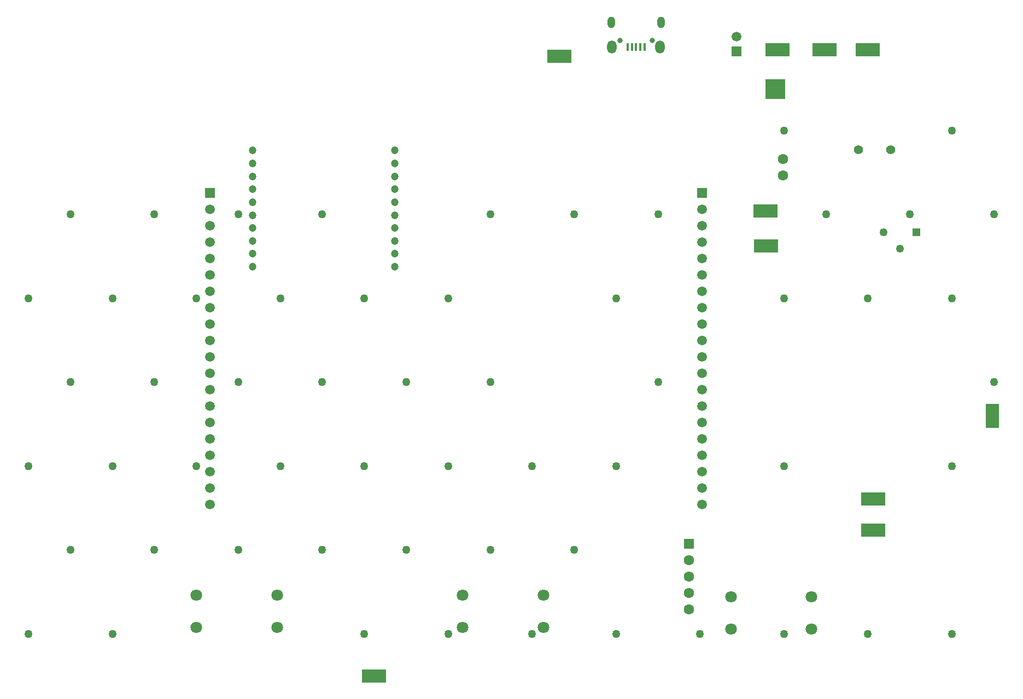
<source format=gbr>
%TF.GenerationSoftware,Altium Limited,Altium Designer,21.6.1 (37)*%
G04 Layer_Color=16711935*
%FSLAX43Y43*%
%MOMM*%
%TF.SameCoordinates,2DC9C271-DD38-4FBD-9B37-034AA9505664*%
%TF.FilePolarity,Negative*%
%TF.FileFunction,Soldermask,Bot*%
%TF.Part,Single*%
G01*
G75*
%TA.AperFunction,SMDPad,CuDef*%
%ADD23R,3.100X3.100*%
%TA.AperFunction,ComponentPad*%
%ADD31R,1.500X1.500*%
%ADD32C,1.500*%
%ADD33C,1.200*%
%ADD34C,1.600*%
%ADD35C,1.400*%
%ADD36C,1.800*%
%ADD37R,1.600X1.600*%
%ADD38R,1.250X1.250*%
%ADD39C,1.250*%
%ADD40C,0.800*%
%ADD41O,1.150X1.800*%
%ADD42O,1.450X2.000*%
%TA.AperFunction,ViaPad*%
%ADD44C,1.270*%
%ADD45C,0.750*%
%TA.AperFunction,SMDPad,CuDef*%
%ADD46R,3.800X2.030*%
%ADD47R,2.030X3.800*%
%ADD48R,0.450X1.300*%
D23*
X125684Y94384D02*
D03*
D31*
X38131Y78295D02*
D03*
X119600Y100260D02*
D03*
X114341Y78295D02*
D03*
D32*
X38131Y75755D02*
D03*
Y73215D02*
D03*
Y70675D02*
D03*
Y68135D02*
D03*
Y65595D02*
D03*
Y63055D02*
D03*
Y60515D02*
D03*
Y57975D02*
D03*
Y55435D02*
D03*
Y52895D02*
D03*
Y50355D02*
D03*
Y47815D02*
D03*
Y45275D02*
D03*
Y42735D02*
D03*
Y40195D02*
D03*
Y37655D02*
D03*
Y35115D02*
D03*
Y32575D02*
D03*
Y30035D02*
D03*
X119600Y102540D02*
D03*
X114341Y30035D02*
D03*
Y32575D02*
D03*
Y35115D02*
D03*
Y37655D02*
D03*
Y40195D02*
D03*
Y42735D02*
D03*
Y45275D02*
D03*
Y47815D02*
D03*
Y50355D02*
D03*
Y52895D02*
D03*
Y55435D02*
D03*
Y57975D02*
D03*
Y60515D02*
D03*
Y63055D02*
D03*
Y65595D02*
D03*
Y68135D02*
D03*
Y70675D02*
D03*
Y73215D02*
D03*
Y75755D02*
D03*
D33*
X44750Y84870D02*
D03*
Y82870D02*
D03*
Y80870D02*
D03*
Y78870D02*
D03*
Y76870D02*
D03*
Y72870D02*
D03*
Y68870D02*
D03*
Y66870D02*
D03*
X66750Y78870D02*
D03*
Y74870D02*
D03*
Y72870D02*
D03*
Y70870D02*
D03*
Y68870D02*
D03*
Y66870D02*
D03*
Y76870D02*
D03*
Y80870D02*
D03*
Y82870D02*
D03*
Y84870D02*
D03*
X44750Y70870D02*
D03*
Y74870D02*
D03*
D34*
X126821Y80975D02*
D03*
Y83515D02*
D03*
X112250Y21408D02*
D03*
Y18868D02*
D03*
Y16328D02*
D03*
Y13788D02*
D03*
D35*
X138520Y85000D02*
D03*
X143520D02*
D03*
D36*
X77251Y16035D02*
D03*
X89751Y11035D02*
D03*
Y16035D02*
D03*
X77251Y11035D02*
D03*
X118751Y15750D02*
D03*
X131251Y10750D02*
D03*
Y15750D02*
D03*
X118751Y10750D02*
D03*
X48501Y16035D02*
D03*
X36001Y11035D02*
D03*
X48501D02*
D03*
X36001Y16035D02*
D03*
D37*
X112250Y23948D02*
D03*
D38*
X147488Y72184D02*
D03*
D39*
X142408D02*
D03*
X144948Y69644D02*
D03*
D40*
X106600Y101950D02*
D03*
X101600D02*
D03*
D41*
X107975Y104700D02*
D03*
X100225D02*
D03*
D42*
X107825Y100900D02*
D03*
X100375D02*
D03*
D44*
X153000Y88000D02*
D03*
X159500Y75000D02*
D03*
X153000Y62000D02*
D03*
X159500Y49000D02*
D03*
X153000Y36000D02*
D03*
Y10000D02*
D03*
X146500Y75000D02*
D03*
X140000Y62000D02*
D03*
Y10000D02*
D03*
X127000Y88000D02*
D03*
X133500Y75000D02*
D03*
X127000Y62000D02*
D03*
Y36000D02*
D03*
Y10000D02*
D03*
X114000D02*
D03*
X107500Y75000D02*
D03*
X101000Y62000D02*
D03*
X107500Y49000D02*
D03*
X101000Y36000D02*
D03*
Y10000D02*
D03*
X94500Y75000D02*
D03*
X88000Y36000D02*
D03*
X94500Y23000D02*
D03*
X88000Y10000D02*
D03*
X81500Y75000D02*
D03*
X75000Y62000D02*
D03*
X81500Y49000D02*
D03*
X75000Y36000D02*
D03*
X81500Y23000D02*
D03*
X75000Y10000D02*
D03*
X62000Y62000D02*
D03*
X68500Y49000D02*
D03*
X62000Y36000D02*
D03*
X68500Y23000D02*
D03*
X62000Y10000D02*
D03*
X55500Y75000D02*
D03*
X49000Y62000D02*
D03*
X55500Y49000D02*
D03*
X49000Y36000D02*
D03*
X55500Y23000D02*
D03*
X42500Y75000D02*
D03*
X36000Y62000D02*
D03*
X42500Y49000D02*
D03*
X36000Y36000D02*
D03*
X42500Y23000D02*
D03*
X29500Y75000D02*
D03*
X23000Y62000D02*
D03*
X29500Y49000D02*
D03*
X23000Y36000D02*
D03*
X29500Y23000D02*
D03*
X23000Y10000D02*
D03*
X16500Y75000D02*
D03*
X10000Y62000D02*
D03*
X16500Y49000D02*
D03*
X10000Y36000D02*
D03*
X16500Y23000D02*
D03*
X10000Y10000D02*
D03*
D45*
X124684Y93384D02*
D03*
X125684D02*
D03*
X126684D02*
D03*
X124684Y94384D02*
D03*
Y95384D02*
D03*
X125684Y94384D02*
D03*
Y95384D02*
D03*
X126684Y94384D02*
D03*
Y95384D02*
D03*
D46*
X126021Y100500D02*
D03*
X140800Y26100D02*
D03*
X133250Y100500D02*
D03*
X124195Y70086D02*
D03*
X124134Y75500D02*
D03*
X140800Y30869D02*
D03*
X140000Y100500D02*
D03*
X92200Y99469D02*
D03*
X63500Y3500D02*
D03*
D47*
X159250Y43750D02*
D03*
D48*
X104750Y100900D02*
D03*
X102800D02*
D03*
X104100D02*
D03*
X103450D02*
D03*
X105400D02*
D03*
%TF.MD5,bdf02afb53a2db91aa2b5c48d8fbe35b*%
M02*

</source>
